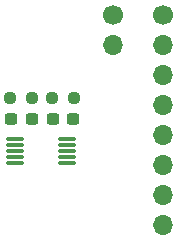
<source format=gts>
G04 #@! TF.GenerationSoftware,KiCad,Pcbnew,8.0.5*
G04 #@! TF.CreationDate,2024-10-05T11:22:00+02:00*
G04 #@! TF.ProjectId,DRV2605-breakout,44525632-3630-4352-9d62-7265616b6f75,rev?*
G04 #@! TF.SameCoordinates,Original*
G04 #@! TF.FileFunction,Soldermask,Top*
G04 #@! TF.FilePolarity,Negative*
%FSLAX46Y46*%
G04 Gerber Fmt 4.6, Leading zero omitted, Abs format (unit mm)*
G04 Created by KiCad (PCBNEW 8.0.5) date 2024-10-05 11:22:00*
%MOMM*%
%LPD*%
G01*
G04 APERTURE LIST*
G04 Aperture macros list*
%AMRoundRect*
0 Rectangle with rounded corners*
0 $1 Rounding radius*
0 $2 $3 $4 $5 $6 $7 $8 $9 X,Y pos of 4 corners*
0 Add a 4 corners polygon primitive as box body*
4,1,4,$2,$3,$4,$5,$6,$7,$8,$9,$2,$3,0*
0 Add four circle primitives for the rounded corners*
1,1,$1+$1,$2,$3*
1,1,$1+$1,$4,$5*
1,1,$1+$1,$6,$7*
1,1,$1+$1,$8,$9*
0 Add four rect primitives between the rounded corners*
20,1,$1+$1,$2,$3,$4,$5,0*
20,1,$1+$1,$4,$5,$6,$7,0*
20,1,$1+$1,$6,$7,$8,$9,0*
20,1,$1+$1,$8,$9,$2,$3,0*%
G04 Aperture macros list end*
%ADD10RoundRect,0.075000X-0.650000X-0.075000X0.650000X-0.075000X0.650000X0.075000X-0.650000X0.075000X0*%
%ADD11RoundRect,0.237500X-0.250000X-0.237500X0.250000X-0.237500X0.250000X0.237500X-0.250000X0.237500X0*%
%ADD12RoundRect,0.237500X0.250000X0.237500X-0.250000X0.237500X-0.250000X-0.237500X0.250000X-0.237500X0*%
%ADD13C,1.700000*%
%ADD14O,1.700000X1.700000*%
%ADD15RoundRect,0.237500X0.300000X0.237500X-0.300000X0.237500X-0.300000X-0.237500X0.300000X-0.237500X0*%
%ADD16RoundRect,0.237500X-0.300000X-0.237500X0.300000X-0.237500X0.300000X0.237500X-0.300000X0.237500X0*%
G04 APERTURE END LIST*
D10*
X120475000Y-76500000D03*
X120475000Y-77000000D03*
X120475000Y-77500000D03*
X120475000Y-78000000D03*
X120475000Y-78500000D03*
X124875000Y-78500000D03*
X124875000Y-78000000D03*
X124875000Y-77500000D03*
X124875000Y-77000000D03*
X124875000Y-76500000D03*
D11*
X123625000Y-73000000D03*
X125450000Y-73000000D03*
D12*
X121875000Y-73000000D03*
X120050000Y-73000000D03*
D13*
X133000000Y-66000000D03*
D14*
X133000000Y-68540000D03*
X133000000Y-71080000D03*
X133000000Y-73620000D03*
X133000000Y-76160000D03*
X133000000Y-78700000D03*
X133000000Y-81240000D03*
X133000000Y-83780000D03*
D13*
X128750000Y-66000000D03*
D14*
X128750000Y-68540000D03*
D15*
X125375000Y-74750000D03*
X123650000Y-74750000D03*
D16*
X120150000Y-74750000D03*
X121875000Y-74750000D03*
M02*

</source>
